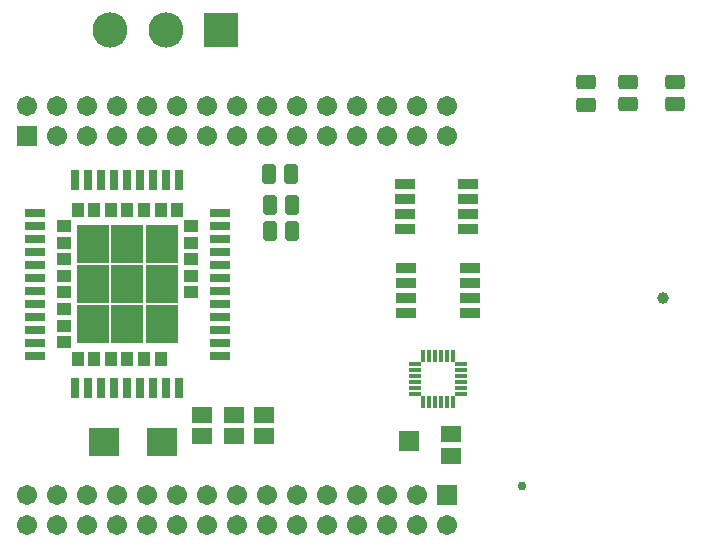
<source format=gbs>
G04*
G04 #@! TF.GenerationSoftware,Altium Limited,Altium Designer,22.0.2 (36)*
G04*
G04 Layer_Color=16711935*
%FSLAX25Y25*%
%MOIN*%
G70*
G04*
G04 #@! TF.SameCoordinates,1C5B4622-B4AA-4E77-B977-5182896014AD*
G04*
G04*
G04 #@! TF.FilePolarity,Negative*
G04*
G01*
G75*
%ADD22R,0.06509X0.05328*%
%ADD25C,0.11725*%
%ADD26R,0.11725X0.11725*%
%ADD27C,0.06706*%
%ADD28R,0.06706X0.06706*%
%ADD29C,0.03950*%
%ADD30C,0.02965*%
%ADD31R,0.06706X0.06706*%
%ADD32C,0.03162*%
%ADD59R,0.11036X0.13005*%
%ADD60R,0.04343X0.05131*%
%ADD61R,0.05131X0.04343*%
%ADD62R,0.03162X0.07099*%
%ADD63R,0.07099X0.03162*%
%ADD64R,0.01824X0.03910*%
%ADD65R,0.03910X0.01824*%
G04:AMPARAMS|DCode=66|XSize=47.37mil|YSize=63.91mil|CornerRadius=8.92mil|HoleSize=0mil|Usage=FLASHONLY|Rotation=0.000|XOffset=0mil|YOffset=0mil|HoleType=Round|Shape=RoundedRectangle|*
%AMROUNDEDRECTD66*
21,1,0.04737,0.04606,0,0,0.0*
21,1,0.02953,0.06391,0,0,0.0*
1,1,0.01784,0.01476,-0.02303*
1,1,0.01784,-0.01476,-0.02303*
1,1,0.01784,-0.01476,0.02303*
1,1,0.01784,0.01476,0.02303*
%
%ADD66ROUNDEDRECTD66*%
G04:AMPARAMS|DCode=67|XSize=47.37mil|YSize=63.91mil|CornerRadius=8.92mil|HoleSize=0mil|Usage=FLASHONLY|Rotation=90.000|XOffset=0mil|YOffset=0mil|HoleType=Round|Shape=RoundedRectangle|*
%AMROUNDEDRECTD67*
21,1,0.04737,0.04606,0,0,90.0*
21,1,0.02953,0.06391,0,0,90.0*
1,1,0.01784,0.02303,0.01476*
1,1,0.01784,0.02303,-0.01476*
1,1,0.01784,-0.02303,-0.01476*
1,1,0.01784,-0.02303,0.01476*
%
%ADD67ROUNDEDRECTD67*%
%ADD68R,0.10131X0.09580*%
%ADD69R,0.06706X0.03359*%
D22*
X150500Y35957D02*
D03*
Y43043D02*
D03*
X67500Y49543D02*
D03*
Y42457D02*
D03*
X78000Y49543D02*
D03*
Y42457D02*
D03*
X88000Y49500D02*
D03*
Y42413D02*
D03*
D25*
X36803Y177772D02*
D03*
X55307D02*
D03*
D26*
X73811D02*
D03*
D27*
X8949Y12890D02*
D03*
Y22890D02*
D03*
X18949Y12890D02*
D03*
Y22890D02*
D03*
X28949Y12890D02*
D03*
Y22890D02*
D03*
X38949Y12890D02*
D03*
Y22890D02*
D03*
X48949Y12890D02*
D03*
Y22890D02*
D03*
X58949Y12890D02*
D03*
Y22890D02*
D03*
X68949Y12890D02*
D03*
Y22890D02*
D03*
X78949Y12890D02*
D03*
Y22890D02*
D03*
X88949Y12890D02*
D03*
Y22890D02*
D03*
X98949Y12890D02*
D03*
Y22890D02*
D03*
X108949Y12890D02*
D03*
Y22890D02*
D03*
X118949Y12890D02*
D03*
Y22890D02*
D03*
X128949Y12890D02*
D03*
Y22890D02*
D03*
X138949Y12890D02*
D03*
Y22890D02*
D03*
X148949Y12890D02*
D03*
Y152500D02*
D03*
Y142500D02*
D03*
X138949Y152500D02*
D03*
Y142500D02*
D03*
X128949Y152500D02*
D03*
Y142500D02*
D03*
X118949Y152500D02*
D03*
Y142500D02*
D03*
X108949Y152500D02*
D03*
Y142500D02*
D03*
X98949Y152500D02*
D03*
Y142500D02*
D03*
X88949Y152500D02*
D03*
Y142500D02*
D03*
X78949Y152500D02*
D03*
Y142500D02*
D03*
X68949Y152500D02*
D03*
Y142500D02*
D03*
X58949Y152500D02*
D03*
Y142500D02*
D03*
X48949Y152500D02*
D03*
Y142500D02*
D03*
X38949Y152500D02*
D03*
Y142500D02*
D03*
X28949Y152500D02*
D03*
Y142500D02*
D03*
X18949Y152500D02*
D03*
Y142500D02*
D03*
X8949Y152500D02*
D03*
D28*
X148949Y22890D02*
D03*
X8949Y142500D02*
D03*
D29*
X221122Y88606D02*
D03*
D30*
X173878Y26008D02*
D03*
D31*
X136500Y41000D02*
D03*
D32*
X224776Y160681D02*
D03*
X209276Y160500D02*
D03*
X195276Y160362D02*
D03*
D59*
X42500Y93114D02*
D03*
Y79728D02*
D03*
X53917Y79728D02*
D03*
Y93114D02*
D03*
X53917Y106500D02*
D03*
X42500D02*
D03*
X31083D02*
D03*
Y93114D02*
D03*
Y79728D02*
D03*
D60*
X25965Y68311D02*
D03*
X31476D02*
D03*
X36988D02*
D03*
X42500D02*
D03*
X48012D02*
D03*
X53524D02*
D03*
X59035Y117917D02*
D03*
X53524D02*
D03*
X48012D02*
D03*
X42500D02*
D03*
X36988D02*
D03*
X31476D02*
D03*
X25965D02*
D03*
D61*
X63563Y90358D02*
D03*
Y95870D02*
D03*
Y101382D02*
D03*
Y106894D02*
D03*
Y112405D02*
D03*
X21437D02*
D03*
Y106894D02*
D03*
Y101382D02*
D03*
Y95870D02*
D03*
Y90358D02*
D03*
Y84846D02*
D03*
Y79334D02*
D03*
Y73823D02*
D03*
D62*
X25177Y58468D02*
D03*
X29508D02*
D03*
X33839D02*
D03*
X38169D02*
D03*
X42500D02*
D03*
X46831D02*
D03*
X51161D02*
D03*
X55492D02*
D03*
X59823D02*
D03*
Y127760D02*
D03*
X55492D02*
D03*
X51161D02*
D03*
X46831D02*
D03*
X42500D02*
D03*
X38169D02*
D03*
X33839D02*
D03*
X29508D02*
D03*
X25177D02*
D03*
D63*
X73406Y69295D02*
D03*
Y73626D02*
D03*
Y77957D02*
D03*
Y82287D02*
D03*
Y86618D02*
D03*
Y90949D02*
D03*
Y95279D02*
D03*
Y99610D02*
D03*
Y103941D02*
D03*
Y108271D02*
D03*
Y112602D02*
D03*
Y116933D02*
D03*
X11594D02*
D03*
Y112602D02*
D03*
Y108271D02*
D03*
Y103941D02*
D03*
Y99610D02*
D03*
Y95279D02*
D03*
Y90949D02*
D03*
Y86618D02*
D03*
Y82287D02*
D03*
Y77957D02*
D03*
Y73626D02*
D03*
Y69295D02*
D03*
D64*
X141079Y53744D02*
D03*
X143047D02*
D03*
X145016D02*
D03*
X146984D02*
D03*
X148953D02*
D03*
X150921D02*
D03*
Y69256D02*
D03*
X148953D02*
D03*
X146984D02*
D03*
X145016D02*
D03*
X143047D02*
D03*
X141079D02*
D03*
D65*
X153756Y56579D02*
D03*
Y58547D02*
D03*
Y60516D02*
D03*
Y62484D02*
D03*
Y64453D02*
D03*
Y66421D02*
D03*
X138244D02*
D03*
Y64453D02*
D03*
Y62484D02*
D03*
Y60516D02*
D03*
Y58547D02*
D03*
Y56579D02*
D03*
D66*
X89819Y130000D02*
D03*
X97181D02*
D03*
X97362Y119500D02*
D03*
X90000D02*
D03*
X97362Y111000D02*
D03*
X90000D02*
D03*
D67*
X209500Y153138D02*
D03*
Y160500D02*
D03*
X225000Y153319D02*
D03*
Y160681D02*
D03*
X195500Y153000D02*
D03*
Y160362D02*
D03*
D68*
X34551Y40500D02*
D03*
X54000D02*
D03*
D69*
X156130Y126500D02*
D03*
Y121500D02*
D03*
Y116500D02*
D03*
Y111500D02*
D03*
X134870D02*
D03*
Y116500D02*
D03*
Y121500D02*
D03*
Y126500D02*
D03*
X156630Y98500D02*
D03*
Y93500D02*
D03*
Y88500D02*
D03*
Y83500D02*
D03*
X135370D02*
D03*
Y88500D02*
D03*
Y93500D02*
D03*
Y98500D02*
D03*
M02*

</source>
